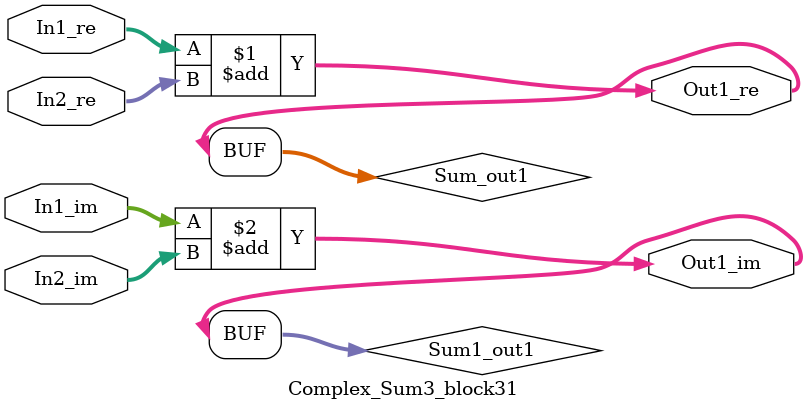
<source format=v>



`timescale 1 ns / 1 ns

module Complex_Sum3_block31
          (In1_re,
           In1_im,
           In2_re,
           In2_im,
           Out1_re,
           Out1_im);


  input   signed [36:0] In1_re;  // sfix37_En22
  input   signed [36:0] In1_im;  // sfix37_En22
  input   signed [36:0] In2_re;  // sfix37_En22
  input   signed [36:0] In2_im;  // sfix37_En22
  output  signed [36:0] Out1_re;  // sfix37_En22
  output  signed [36:0] Out1_im;  // sfix37_En22


  wire signed [36:0] Sum_out1;  // sfix37_En22
  wire signed [36:0] Sum1_out1;  // sfix37_En22


  assign Sum_out1 = In1_re + In2_re;



  assign Out1_re = Sum_out1;

  assign Sum1_out1 = In1_im + In2_im;



  assign Out1_im = Sum1_out1;

endmodule  // Complex_Sum3_block31


</source>
